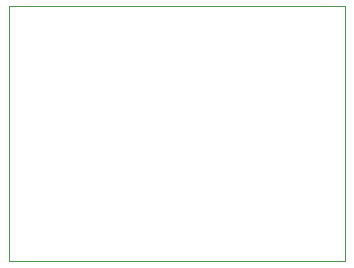
<source format=gbr>
G04 #@! TF.GenerationSoftware,KiCad,Pcbnew,5.1.5-52549c5~84~ubuntu19.10.1*
G04 #@! TF.CreationDate,2020-04-09T07:07:28-07:00*
G04 #@! TF.ProjectId,hub-75-pmod,6875622d-3735-42d7-906d-6f642e6b6963,rev?*
G04 #@! TF.SameCoordinates,PX2857260PY1dea728*
G04 #@! TF.FileFunction,Profile,NP*
%FSLAX46Y46*%
G04 Gerber Fmt 4.6, Leading zero omitted, Abs format (unit mm)*
G04 Created by KiCad (PCBNEW 5.1.5-52549c5~84~ubuntu19.10.1) date 2020-04-09 07:07:28*
%MOMM*%
%LPD*%
G04 APERTURE LIST*
%ADD10C,0.050000*%
G04 APERTURE END LIST*
D10*
X0Y0D02*
X-700000Y0D01*
X0Y-21590000D02*
X-700000Y-21590000D01*
X-700000Y-21590000D02*
X-700000Y0D01*
X27804000Y-21590000D02*
X0Y-21590000D01*
X27804000Y0D02*
X27804000Y-21590000D01*
X0Y0D02*
X27804000Y0D01*
M02*

</source>
